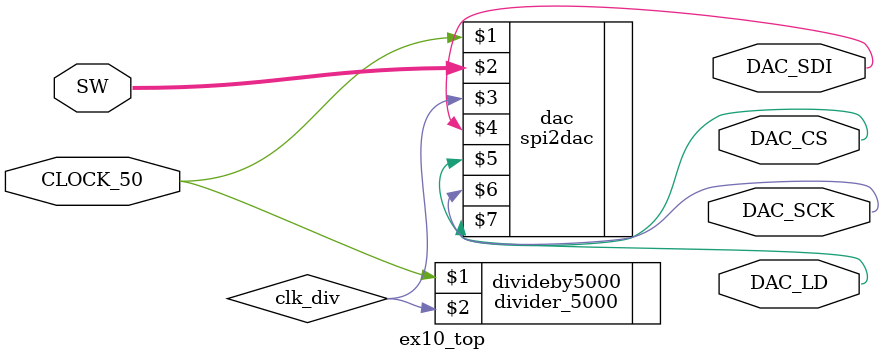
<source format=v>
module ex10_top (SW, CLOCK_50, DAC_CS, DAC_SDI, DAC_LD, DAC_SCK);
	input[9:0] SW;
	input CLOCK_50;
	output DAC_CS, DAC_SDI, DAC_LD, DAC_SCK;
	wire clk_div;
	
	divider_5000	divideby5000	(CLOCK_50, clk_div);
	
	spi2dac 		dac 			(CLOCK_50, SW[9:0], clk_div, DAC_SDI, DAC_CS, DAC_SCK, DAC_LD);
	
endmodule
</source>
